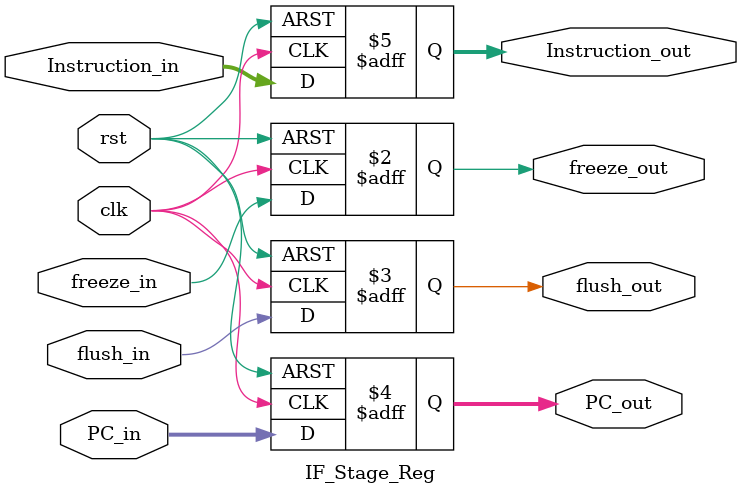
<source format=v>

module IF_Stage_Reg (
    input clk, rst,
    input freeze_in, flush_in,
    input[31:0] PC_in, Instruction_in,
    output reg freeze_out, flush_out,
    output reg[31:0] PC_out, Instruction_out
);
    always @(posedge clk or posedge rst) begin
        if (rst) begin
            PC_out <= 32'b0;
            Instruction_out <= 32'b0;
            freeze_out <= 1'b0;
            flush_out <= 1'b0;
        end else begin
            PC_out <= PC_in;
            Instruction_out <= Instruction_in;
            freeze_out <= freeze_in;
            flush_out <= flush_in;
        end
    end
endmodule
</source>
